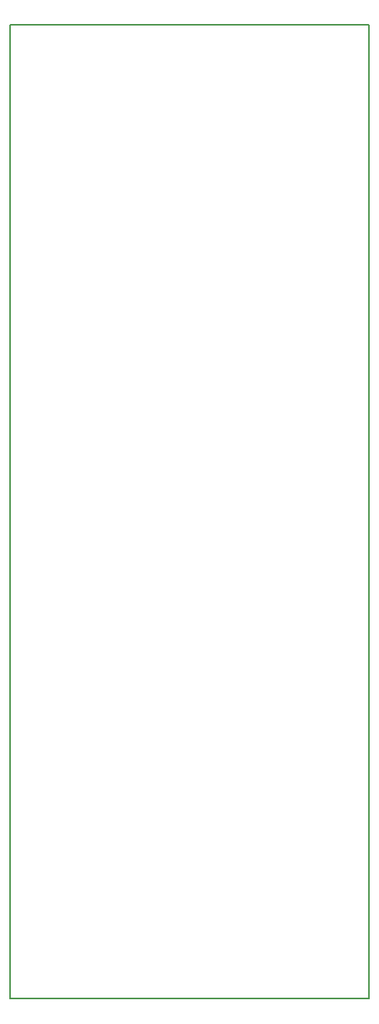
<source format=gbr>
%TF.GenerationSoftware,KiCad,Pcbnew,9.0.5*%
%TF.CreationDate,2025-12-23T14:43:43-05:00*%
%TF.ProjectId,mk_vco_JUST_PCB,6d6b5f76-636f-45f4-9a55-53545f504342,rev?*%
%TF.SameCoordinates,Original*%
%TF.FileFunction,Profile,NP*%
%FSLAX46Y46*%
G04 Gerber Fmt 4.6, Leading zero omitted, Abs format (unit mm)*
G04 Created by KiCad (PCBNEW 9.0.5) date 2025-12-23 14:43:43*
%MOMM*%
%LPD*%
G01*
G04 APERTURE LIST*
%TA.AperFunction,Profile*%
%ADD10C,0.200000*%
%TD*%
G04 APERTURE END LIST*
D10*
X120000000Y-43500000D02*
X159300000Y-43500000D01*
X159300000Y-150000000D01*
X120000000Y-150000000D01*
X120000000Y-43500000D01*
M02*

</source>
